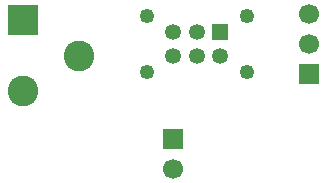
<source format=gbr>
%TF.GenerationSoftware,KiCad,Pcbnew,9.0.3*%
%TF.CreationDate,2025-08-05T13:39:03+02:00*%
%TF.ProjectId,Robotic_arm,526f626f-7469-4635-9f61-726d2e6b6963,rev?*%
%TF.SameCoordinates,Original*%
%TF.FileFunction,Soldermask,Bot*%
%TF.FilePolarity,Negative*%
%FSLAX46Y46*%
G04 Gerber Fmt 4.6, Leading zero omitted, Abs format (unit mm)*
G04 Created by KiCad (PCBNEW 9.0.3) date 2025-08-05 13:39:03*
%MOMM*%
%LPD*%
G01*
G04 APERTURE LIST*
%ADD10R,2.600000X2.600000*%
%ADD11C,2.600000*%
%ADD12C,1.250000*%
%ADD13R,1.350000X1.350000*%
%ADD14C,1.350000*%
%ADD15R,1.700000X1.700000*%
%ADD16C,1.700000*%
G04 APERTURE END LIST*
D10*
%TO.C,J4*%
X132800000Y-75500000D03*
D11*
X132800000Y-81500000D03*
X137500000Y-78500000D03*
%TD*%
D12*
%TO.C,J1*%
X151750000Y-79892500D03*
X151750000Y-75142500D03*
X143250000Y-79892500D03*
X143250000Y-75142500D03*
D13*
X149500000Y-76517500D03*
D14*
X147500000Y-76517500D03*
X145500000Y-76517500D03*
X149500000Y-78517500D03*
X147500000Y-78517500D03*
X145500000Y-78517500D03*
%TD*%
D15*
%TO.C,J3*%
X145500000Y-85500000D03*
D16*
X145500000Y-88040000D03*
%TD*%
D15*
%TO.C,J2*%
X157000000Y-80040000D03*
D16*
X157000000Y-77500000D03*
X157000000Y-74960000D03*
%TD*%
M02*

</source>
